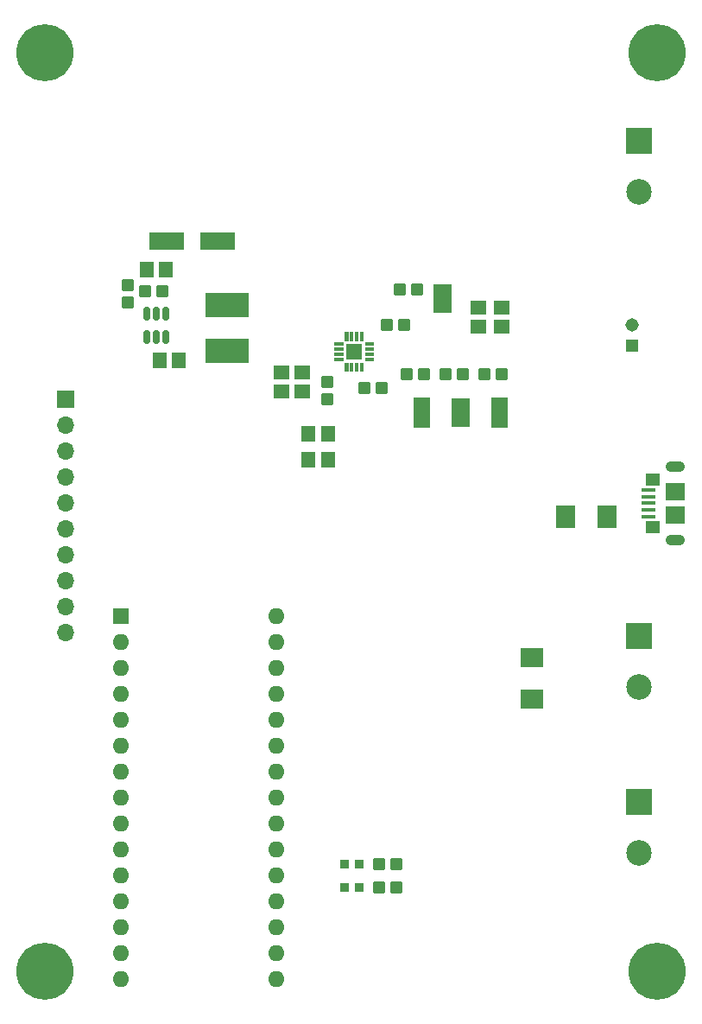
<source format=gbr>
%TF.GenerationSoftware,KiCad,Pcbnew,(6.0.2)*%
%TF.CreationDate,2022-12-13T09:45:59-05:00*%
%TF.ProjectId,BREAD_Slice,42524541-445f-4536-9c69-63652e6b6963,rev?*%
%TF.SameCoordinates,Original*%
%TF.FileFunction,Soldermask,Top*%
%TF.FilePolarity,Negative*%
%FSLAX46Y46*%
G04 Gerber Fmt 4.6, Leading zero omitted, Abs format (unit mm)*
G04 Created by KiCad (PCBNEW (6.0.2)) date 2022-12-13 09:45:59*
%MOMM*%
%LPD*%
G01*
G04 APERTURE LIST*
G04 Aperture macros list*
%AMRoundRect*
0 Rectangle with rounded corners*
0 $1 Rounding radius*
0 $2 $3 $4 $5 $6 $7 $8 $9 X,Y pos of 4 corners*
0 Add a 4 corners polygon primitive as box body*
4,1,4,$2,$3,$4,$5,$6,$7,$8,$9,$2,$3,0*
0 Add four circle primitives for the rounded corners*
1,1,$1+$1,$2,$3*
1,1,$1+$1,$4,$5*
1,1,$1+$1,$6,$7*
1,1,$1+$1,$8,$9*
0 Add four rect primitives between the rounded corners*
20,1,$1+$1,$2,$3,$4,$5,0*
20,1,$1+$1,$4,$5,$6,$7,0*
20,1,$1+$1,$6,$7,$8,$9,0*
20,1,$1+$1,$8,$9,$2,$3,0*%
G04 Aperture macros list end*
%ADD10C,5.600000*%
%ADD11R,1.600000X1.600000*%
%ADD12O,1.600000X1.600000*%
%ADD13RoundRect,0.050800X0.620000X0.750000X-0.620000X0.750000X-0.620000X-0.750000X0.620000X-0.750000X0*%
%ADD14R,1.700000X1.700000*%
%ADD15O,1.700000X1.700000*%
%ADD16RoundRect,0.050800X-0.620000X-0.750000X0.620000X-0.750000X0.620000X0.750000X-0.620000X0.750000X0*%
%ADD17RoundRect,0.050800X-0.750000X0.620000X-0.750000X-0.620000X0.750000X-0.620000X0.750000X0.620000X0*%
%ADD18RoundRect,0.050800X0.889000X1.079500X-0.889000X1.079500X-0.889000X-1.079500X0.889000X-1.079500X0*%
%ADD19RoundRect,0.050800X-0.889000X-1.079500X0.889000X-1.079500X0.889000X1.079500X-0.889000X1.079500X0*%
%ADD20RoundRect,0.050800X1.079500X-0.889000X1.079500X0.889000X-1.079500X0.889000X-1.079500X-0.889000X0*%
%ADD21RoundRect,0.050800X-1.079500X0.889000X-1.079500X-0.889000X1.079500X-0.889000X1.079500X0.889000X0*%
%ADD22R,3.500000X1.800000*%
%ADD23RoundRect,0.050800X-0.400000X0.400000X-0.400000X-0.400000X0.400000X-0.400000X0.400000X0.400000X0*%
%ADD24R,1.400000X0.400000*%
%ADD25R,1.900000X1.750000*%
%ADD26R,1.450000X1.150000*%
%ADD27O,1.900000X1.050000*%
%ADD28R,4.200000X2.400000*%
%ADD29RoundRect,0.050800X-0.537500X-0.500000X0.537500X-0.500000X0.537500X0.500000X-0.537500X0.500000X0*%
%ADD30RoundRect,0.050800X-0.500000X0.537500X-0.500000X-0.537500X0.500000X-0.537500X0.500000X0.537500X0*%
%ADD31RoundRect,0.050800X0.537500X0.500000X-0.537500X0.500000X-0.537500X-0.500000X0.537500X-0.500000X0*%
%ADD32RoundRect,0.150000X-0.150000X0.512500X-0.150000X-0.512500X0.150000X-0.512500X0.150000X0.512500X0*%
%ADD33R,2.500000X2.500000*%
%ADD34C,2.500000*%
%ADD35RoundRect,0.050800X0.750000X0.750000X-0.750000X0.750000X-0.750000X-0.750000X0.750000X-0.750000X0*%
%ADD36RoundRect,0.050800X0.750000X-0.620000X0.750000X0.620000X-0.750000X0.620000X-0.750000X-0.620000X0*%
%ADD37R,1.308000X1.308000*%
%ADD38C,1.308000*%
G04 APERTURE END LIST*
%TO.C,1A1*%
G36*
X169209000Y-81507000D02*
G01*
X167431000Y-81507000D01*
X167431000Y-78713000D01*
X169209000Y-78713000D01*
X169209000Y-81507000D01*
G37*
%TO.C,0.5A1*%
G36*
X165335500Y-81570500D02*
G01*
X163684500Y-81570500D01*
X163684500Y-78649500D01*
X165335500Y-78649500D01*
X165335500Y-81570500D01*
G37*
%TO.C,X2*%
G36*
X156840000Y-75060000D02*
G01*
X155960000Y-75060000D01*
X155960000Y-74710000D01*
X156840000Y-74710000D01*
X156840000Y-75060000D01*
G37*
G36*
X156840000Y-74560000D02*
G01*
X155960000Y-74560000D01*
X155960000Y-74210000D01*
X156840000Y-74210000D01*
X156840000Y-74560000D01*
G37*
G36*
X159840000Y-75060000D02*
G01*
X158960000Y-75060000D01*
X158960000Y-74710000D01*
X159840000Y-74710000D01*
X159840000Y-75060000D01*
G37*
G36*
X159840000Y-73560000D02*
G01*
X158960000Y-73560000D01*
X158960000Y-73210000D01*
X159840000Y-73210000D01*
X159840000Y-73560000D01*
G37*
G36*
X157325000Y-76075000D02*
G01*
X156975000Y-76075000D01*
X156975000Y-75195000D01*
X157325000Y-75195000D01*
X157325000Y-76075000D01*
G37*
G36*
X158325000Y-73075000D02*
G01*
X157975000Y-73075000D01*
X157975000Y-72195000D01*
X158325000Y-72195000D01*
X158325000Y-73075000D01*
G37*
G36*
X159840000Y-74060000D02*
G01*
X158960000Y-74060000D01*
X158960000Y-73710000D01*
X159840000Y-73710000D01*
X159840000Y-74060000D01*
G37*
G36*
X158825000Y-76075000D02*
G01*
X158475000Y-76075000D01*
X158475000Y-75195000D01*
X158825000Y-75195000D01*
X158825000Y-76075000D01*
G37*
G36*
X158325000Y-76075000D02*
G01*
X157975000Y-76075000D01*
X157975000Y-75195000D01*
X158325000Y-75195000D01*
X158325000Y-76075000D01*
G37*
G36*
X156840000Y-73560000D02*
G01*
X155960000Y-73560000D01*
X155960000Y-73210000D01*
X156840000Y-73210000D01*
X156840000Y-73560000D01*
G37*
G36*
X157825000Y-76075000D02*
G01*
X157475000Y-76075000D01*
X157475000Y-75195000D01*
X157825000Y-75195000D01*
X157825000Y-76075000D01*
G37*
G36*
X157825000Y-73075000D02*
G01*
X157475000Y-73075000D01*
X157475000Y-72195000D01*
X157825000Y-72195000D01*
X157825000Y-73075000D01*
G37*
G36*
X158825000Y-73075000D02*
G01*
X158475000Y-73075000D01*
X158475000Y-72195000D01*
X158825000Y-72195000D01*
X158825000Y-73075000D01*
G37*
G36*
X156840000Y-74060000D02*
G01*
X155960000Y-74060000D01*
X155960000Y-73710000D01*
X156840000Y-73710000D01*
X156840000Y-74060000D01*
G37*
G36*
X159840000Y-74560000D02*
G01*
X158960000Y-74560000D01*
X158960000Y-74210000D01*
X159840000Y-74210000D01*
X159840000Y-74560000D01*
G37*
G36*
X157325000Y-73075000D02*
G01*
X156975000Y-73075000D01*
X156975000Y-72195000D01*
X157325000Y-72195000D01*
X157325000Y-73075000D01*
G37*
%TO.C,THERM1*%
G36*
X167431000Y-70331000D02*
G01*
X165653000Y-70331000D01*
X165653000Y-67537000D01*
X167431000Y-67537000D01*
X167431000Y-70331000D01*
G37*
%TO.C,1.5A1*%
G36*
X172955500Y-81570500D02*
G01*
X171304500Y-81570500D01*
X171304500Y-78649500D01*
X172955500Y-78649500D01*
X172955500Y-81570500D01*
G37*
%TD*%
D10*
%TO.C,H1*%
X127600000Y-44800000D03*
%TD*%
%TO.C,H2*%
X187600000Y-44800000D03*
%TD*%
%TO.C,H3*%
X127600000Y-134800000D03*
%TD*%
%TO.C,H4*%
X187600000Y-134800000D03*
%TD*%
D11*
%TO.C,A1*%
X135000000Y-100000000D03*
D12*
X135000000Y-102540000D03*
X135000000Y-105080000D03*
X135000000Y-107620000D03*
X135000000Y-110160000D03*
X135000000Y-112700000D03*
X135000000Y-115240000D03*
X135000000Y-117780000D03*
X135000000Y-120320000D03*
X135000000Y-122860000D03*
X135000000Y-125400000D03*
X135000000Y-127940000D03*
X135000000Y-130480000D03*
X135000000Y-133020000D03*
X135000000Y-135560000D03*
X150240000Y-135560000D03*
X150240000Y-133020000D03*
X150240000Y-130480000D03*
X150240000Y-127940000D03*
X150240000Y-125400000D03*
X150240000Y-122860000D03*
X150240000Y-120320000D03*
X150240000Y-117780000D03*
X150240000Y-115240000D03*
X150240000Y-112700000D03*
X150240000Y-110160000D03*
X150240000Y-107620000D03*
X150240000Y-105080000D03*
X150240000Y-102540000D03*
X150240000Y-100000000D03*
%TD*%
D13*
%TO.C,C2*%
X155300000Y-84682000D03*
X153400000Y-84682000D03*
%TD*%
D14*
%TO.C,J1*%
X129600000Y-78800000D03*
D15*
X129600000Y-81340000D03*
X129600000Y-83880000D03*
X129600000Y-86420000D03*
X129600000Y-88960000D03*
X129600000Y-91500000D03*
X129600000Y-94040000D03*
X129600000Y-96580000D03*
X129600000Y-99120000D03*
X129600000Y-101660000D03*
%TD*%
D13*
%TO.C,C1*%
X155300000Y-82142000D03*
X153400000Y-82142000D03*
%TD*%
D16*
%TO.C,C3*%
X138795000Y-74937536D03*
X140695000Y-74937536D03*
%TD*%
D17*
%TO.C,C4*%
X150794000Y-76112000D03*
X150794000Y-78012000D03*
%TD*%
%TO.C,C5*%
X152826000Y-76112000D03*
X152826000Y-78012000D03*
%TD*%
D16*
%TO.C,C6*%
X137525000Y-66047536D03*
X139425000Y-66047536D03*
%TD*%
D18*
%TO.C,D1*%
X182658300Y-90270000D03*
D19*
X178594300Y-90270000D03*
%TD*%
D20*
%TO.C,D2*%
X175305000Y-108164300D03*
D21*
X175305000Y-104100300D03*
%TD*%
D22*
%TO.C,D3*%
X139505600Y-63244400D03*
X144505600Y-63244400D03*
%TD*%
D23*
%TO.C,D4*%
X156902000Y-124306000D03*
X158402000Y-124306000D03*
%TD*%
D24*
%TO.C,J2*%
X186735000Y-90270000D03*
X186735000Y-89620000D03*
X186735000Y-88970000D03*
X186735000Y-88320000D03*
X186735000Y-87670000D03*
D25*
X189385000Y-87845000D03*
D26*
X187155000Y-86650000D03*
D27*
X189385000Y-92545000D03*
D26*
X187155000Y-91290000D03*
D25*
X189385000Y-90095000D03*
D27*
X189385000Y-85395000D03*
%TD*%
D28*
%TO.C,L1*%
X145460000Y-74012536D03*
X145460000Y-69512536D03*
%TD*%
D29*
%TO.C,R1*%
X170645000Y-76300000D03*
X172345000Y-76300000D03*
%TD*%
%TO.C,R2*%
X166835000Y-76300000D03*
X168535000Y-76300000D03*
%TD*%
%TO.C,R3*%
X163025000Y-76300000D03*
X164725000Y-76300000D03*
%TD*%
D30*
%TO.C,R4*%
X155213600Y-77075600D03*
X155213600Y-78775600D03*
%TD*%
D29*
%TO.C,R5*%
X158884800Y-77671600D03*
X160584800Y-77671600D03*
%TD*%
%TO.C,R6*%
X161069200Y-71474000D03*
X162769200Y-71474000D03*
%TD*%
D30*
%TO.C,R7*%
X135706400Y-67576000D03*
X135706400Y-69276000D03*
%TD*%
D29*
%TO.C,R8*%
X137345600Y-68172000D03*
X139045600Y-68172000D03*
%TD*%
D31*
%TO.C,R9*%
X164090000Y-68045000D03*
X162390000Y-68045000D03*
%TD*%
D32*
%TO.C,U1*%
X139425000Y-70371036D03*
X138475000Y-70371036D03*
X137525000Y-70371036D03*
X137525000Y-72646036D03*
X138475000Y-72646036D03*
X139425000Y-72646036D03*
%TD*%
D33*
%TO.C,J4*%
X185800000Y-118250000D03*
D34*
X185800000Y-123250000D03*
%TD*%
D33*
%TO.C,J5*%
X185800000Y-101994000D03*
D34*
X185800000Y-106994000D03*
%TD*%
D29*
%TO.C,R11*%
X160358000Y-126592000D03*
X162058000Y-126592000D03*
%TD*%
D35*
%TO.C,X2*%
X157900000Y-74135000D03*
%TD*%
D36*
%TO.C,C8*%
X170098000Y-71662000D03*
X170098000Y-69762000D03*
%TD*%
D33*
%TO.C,J3*%
X185800000Y-53480000D03*
D34*
X185800000Y-58480000D03*
%TD*%
D36*
%TO.C,C7*%
X172384000Y-71662000D03*
X172384000Y-69762000D03*
%TD*%
D23*
%TO.C,D5*%
X156902000Y-126592000D03*
X158402000Y-126592000D03*
%TD*%
D29*
%TO.C,R10*%
X160358000Y-124306000D03*
X162058000Y-124306000D03*
%TD*%
D37*
%TO.C,BATT1*%
X185157500Y-73490000D03*
D38*
X185157500Y-71490000D03*
%TD*%
M02*

</source>
